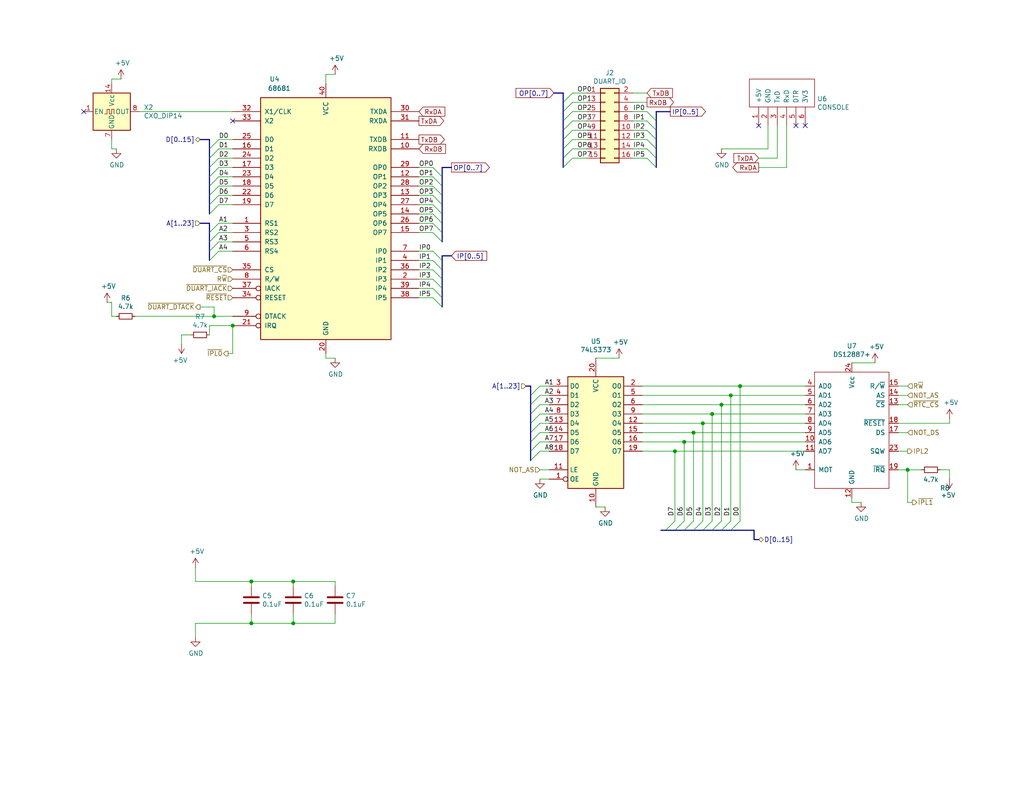
<source format=kicad_sch>
(kicad_sch (version 20211123) (generator eeschema)
  (paper "USLetter")
  (lib_symbols
    (symbol "74xx:74LS373"
      (property "Reference" "U" (at -7.62 16.51 0))
      (property "Value" "74LS373" (at -7.62 -16.51 0))
      (symbol "74LS373_1_0"
        (pin input inverted (at -12.7 -12.7 0) (length 5.08) (name "OE") (number "1"))
        (pin power_in line (at 0 -20.32 90) (length 5.08) (name "GND") (number "10"))
        (pin input line (at -12.7 -10.16 0) (length 5.08) (name "LE") (number "11"))
        (pin tri_state line (at 12.7 2.54 180) (length 5.08) (name "O4") (number "12"))
        (pin input line (at -12.7 2.54 0) (length 5.08) (name "D4") (number "13"))
        (pin input line (at -12.7 0 0) (length 5.08) (name "D5") (number "14"))
        (pin tri_state line (at 12.7 0 180) (length 5.08) (name "O5") (number "15"))
        (pin tri_state line (at 12.7 -2.54 180) (length 5.08) (name "O6") (number "16"))
        (pin input line (at -12.7 -2.54 0) (length 5.08) (name "D6") (number "17"))
        (pin input line (at -12.7 -5.08 0) (length 5.08) (name "D7") (number "18"))
        (pin tri_state line (at 12.7 -5.08 180) (length 5.08) (name "O7") (number "19"))
        (pin tri_state line (at 12.7 12.7 180) (length 5.08) (name "O0") (number "2"))
        (pin power_in line (at 0 20.32 270) (length 5.08) (name "VCC") (number "20"))
        (pin input line (at -12.7 12.7 0) (length 5.08) (name "D0") (number "3"))
        (pin input line (at -12.7 10.16 0) (length 5.08) (name "D1") (number "4"))
        (pin tri_state line (at 12.7 10.16 180) (length 5.08) (name "O1") (number "5"))
        (pin tri_state line (at 12.7 7.62 180) (length 5.08) (name "O2") (number "6"))
        (pin input line (at -12.7 7.62 0) (length 5.08) (name "D2") (number "7"))
        (pin input line (at -12.7 5.08 0) (length 5.08) (name "D3") (number "8"))
        (pin tri_state line (at 12.7 5.08 180) (length 5.08) (name "O3") (number "9"))
      )
      (symbol "74LS373_1_1"
        (rectangle (start -7.62 15.24) (end 7.62 -15.24) (stroke (width 0.254)) (fill (type background)))
      )
    )
    (symbol "Connector_Generic:Conn_02x08_Odd_Even" (pin_names (offset 1.016) hide)
      (property "Reference" "J" (at 1.27 10.16 0))
      (property "Value" "Conn_02x08_Odd_Even" (at 1.27 -12.7 0))
      (symbol "Conn_02x08_Odd_Even_1_1"
        (rectangle (start -1.27 -10.033) (end 0 -10.287) (stroke (width 0.1524)))
        (rectangle (start -1.27 -7.493) (end 0 -7.747) (stroke (width 0.1524)))
        (rectangle (start -1.27 -4.953) (end 0 -5.207) (stroke (width 0.1524)))
        (rectangle (start -1.27 -2.413) (end 0 -2.667) (stroke (width 0.1524)))
        (rectangle (start -1.27 0.127) (end 0 -0.127) (stroke (width 0.1524)))
        (rectangle (start -1.27 2.667) (end 0 2.413) (stroke (width 0.1524)))
        (rectangle (start -1.27 5.207) (end 0 4.953) (stroke (width 0.1524)))
        (rectangle (start -1.27 7.747) (end 0 7.493) (stroke (width 0.1524)))
        (rectangle (start -1.27 8.89) (end 3.81 -11.43) (stroke (width 0.254)) (fill (type background)))
        (rectangle (start 3.81 -10.033) (end 2.54 -10.287) (stroke (width 0.1524)))
        (rectangle (start 3.81 -7.493) (end 2.54 -7.747) (stroke (width 0.1524)))
        (rectangle (start 3.81 -4.953) (end 2.54 -5.207) (stroke (width 0.1524)))
        (rectangle (start 3.81 -2.413) (end 2.54 -2.667) (stroke (width 0.1524)))
        (rectangle (start 3.81 0.127) (end 2.54 -0.127) (stroke (width 0.1524)))
        (rectangle (start 3.81 2.667) (end 2.54 2.413) (stroke (width 0.1524)))
        (rectangle (start 3.81 5.207) (end 2.54 4.953) (stroke (width 0.1524)))
        (rectangle (start 3.81 7.747) (end 2.54 7.493) (stroke (width 0.1524)))
        (pin passive line (at -5.08 7.62 0) (length 3.81) (name "Pin_1") (number "1"))
        (pin passive line (at 7.62 -2.54 180) (length 3.81) (name "Pin_10") (number "10"))
        (pin passive line (at -5.08 -5.08 0) (length 3.81) (name "Pin_11") (number "11"))
        (pin passive line (at 7.62 -5.08 180) (length 3.81) (name "Pin_12") (number "12"))
        (pin passive line (at -5.08 -7.62 0) (length 3.81) (name "Pin_13") (number "13"))
        (pin passive line (at 7.62 -7.62 180) (length 3.81) (name "Pin_14") (number "14"))
        (pin passive line (at -5.08 -10.16 0) (length 3.81) (name "Pin_15") (number "15"))
        (pin passive line (at 7.62 -10.16 180) (length 3.81) (name "Pin_16") (number "16"))
        (pin passive line (at 7.62 7.62 180) (length 3.81) (name "Pin_2") (number "2"))
        (pin passive line (at -5.08 5.08 0) (length 3.81) (name "Pin_3") (number "3"))
        (pin passive line (at 7.62 5.08 180) (length 3.81) (name "Pin_4") (number "4"))
        (pin passive line (at -5.08 2.54 0) (length 3.81) (name "Pin_5") (number "5"))
        (pin passive line (at 7.62 2.54 180) (length 3.81) (name "Pin_6") (number "6"))
        (pin passive line (at -5.08 0 0) (length 3.81) (name "Pin_7") (number "7"))
        (pin passive line (at 7.62 0 180) (length 3.81) (name "Pin_8") (number "8"))
        (pin passive line (at -5.08 -2.54 0) (length 3.81) (name "Pin_9") (number "9"))
      )
    )
    (symbol "Device:C" (pin_numbers hide) (pin_names (offset 0.254))
      (property "Reference" "C" (at 0.635 2.54 0))
      (property "Value" "C" (at 0.635 -2.54 0))
      (symbol "C_0_1"
        (polyline (pts (xy -2.032 -0.762) (xy 2.032 -0.762)) (stroke (width 0.508)))
        (polyline (pts (xy -2.032 0.762) (xy 2.032 0.762)) (stroke (width 0.508)))
      )
      (symbol "C_1_1"
        (pin passive line (at 0 3.81 270) (length 2.794) (name "~") (number "1"))
        (pin passive line (at 0 -3.81 90) (length 2.794) (name "~") (number "2"))
      )
    )
    (symbol "Device:R_Small" (pin_numbers hide) (pin_names (offset 0.254) hide)
      (property "Reference" "R" (at 0.762 0.508 0))
      (property "Value" "R_Small" (at 0.762 -1.016 0))
      (symbol "R_Small_0_1"
        (rectangle (start -0.762 1.778) (end 0.762 -1.778) (stroke (width 0.2032)))
      )
      (symbol "R_Small_1_1"
        (pin passive line (at 0 2.54 270) (length 0.762) (name "~") (number "1"))
        (pin passive line (at 0 -2.54 90) (length 0.762) (name "~") (number "2"))
      )
    )
    (symbol "Interface:68681" (pin_names (offset 1.016))
      (property "Reference" "U" (at 0 3.81 0))
      (property "Value" "68681" (at 0 -2.54 0))
      (symbol "68681_0_1"
        (rectangle (start -17.78 -31.75) (end 17.78 34.29) (stroke (width 0.254)) (fill (type background)))
      )
      (symbol "68681_1_1"
        (pin input line (at -25.4 0 0) (length 7.62) (name "RS1") (number "1"))
        (pin input line (at 25.4 20.32 180) (length 7.62) (name "RXDB") (number "10"))
        (pin output line (at 25.4 22.86 180) (length 7.62) (name "TXDB") (number "11"))
        (pin output line (at 25.4 12.7 180) (length 7.62) (name "OP1") (number "12"))
        (pin output line (at 25.4 7.62 180) (length 7.62) (name "OP3") (number "13"))
        (pin output line (at 25.4 2.54 180) (length 7.62) (name "OP5") (number "14"))
        (pin output line (at 25.4 -2.54 180) (length 7.62) (name "OP7") (number "15"))
        (pin tri_state line (at -25.4 20.32 0) (length 7.62) (name "D1") (number "16"))
        (pin tri_state line (at -25.4 15.24 0) (length 7.62) (name "D3") (number "17"))
        (pin tri_state line (at -25.4 10.16 0) (length 7.62) (name "D5") (number "18"))
        (pin tri_state line (at -25.4 5.08 0) (length 7.62) (name "D7") (number "19"))
        (pin input line (at 25.4 -15.24 180) (length 7.62) (name "IP3") (number "2"))
        (pin power_in line (at 0 -35.56 90) (length 3.81) (name "GND") (number "20"))
        (pin output inverted (at -25.4 -27.94 0) (length 7.62) (name "IRQ") (number "21"))
        (pin tri_state line (at -25.4 7.62 0) (length 7.62) (name "D6") (number "22"))
        (pin tri_state line (at -25.4 12.7 0) (length 7.62) (name "D4") (number "23"))
        (pin tri_state line (at -25.4 17.78 0) (length 7.62) (name "D2") (number "24"))
        (pin tri_state line (at -25.4 22.86 0) (length 7.62) (name "D0") (number "25"))
        (pin output line (at 25.4 0 180) (length 7.62) (name "OP6") (number "26"))
        (pin output line (at 25.4 5.08 180) (length 7.62) (name "OP4") (number "27"))
        (pin output line (at 25.4 10.16 180) (length 7.62) (name "OP2") (number "28"))
        (pin output line (at 25.4 15.24 180) (length 7.62) (name "OP0") (number "29"))
        (pin input line (at -25.4 -2.54 0) (length 7.62) (name "RS2") (number "3"))
        (pin output line (at 25.4 30.48 180) (length 7.62) (name "TXDA") (number "30"))
        (pin input line (at 25.4 27.94 180) (length 7.62) (name "RXDA") (number "31"))
        (pin input line (at -25.4 30.48 0) (length 7.62) (name "X1/CLK") (number "32"))
        (pin input line (at -25.4 27.94 0) (length 7.62) (name "X2") (number "33"))
        (pin input inverted (at -25.4 -20.32 0) (length 7.62) (name "RESET") (number "34"))
        (pin input line (at -25.4 -12.7 0) (length 7.62) (name "CS") (number "35"))
        (pin input line (at 25.4 -12.7 180) (length 7.62) (name "IP2") (number "36"))
        (pin input inverted (at -25.4 -17.78 0) (length 7.62) (name "IACK") (number "37"))
        (pin input line (at 25.4 -20.32 180) (length 7.62) (name "IP5") (number "38"))
        (pin input line (at 25.4 -17.78 180) (length 7.62) (name "IP4") (number "39"))
        (pin input line (at 25.4 -10.16 180) (length 7.62) (name "IP1") (number "4"))
        (pin power_in line (at 0 38.1 270) (length 3.81) (name "VCC") (number "40"))
        (pin input line (at -25.4 -5.08 0) (length 7.62) (name "RS3") (number "5"))
        (pin input line (at -25.4 -7.62 0) (length 7.62) (name "RS4") (number "6"))
        (pin input line (at 25.4 -7.62 180) (length 7.62) (name "IP0") (number "7"))
        (pin input line (at -25.4 -15.24 0) (length 7.62) (name "R/W") (number "8"))
        (pin open_collector inverted (at -25.4 -25.4 0) (length 7.62) (name "DTACK") (number "9"))
      )
    )
    (symbol "Oscillator:CXO_DIP14" (pin_names (offset 0.254))
      (property "Reference" "X" (at -5.08 6.35 0))
      (property "Value" "CXO_DIP14" (at 1.27 -6.35 0))
      (symbol "CXO_DIP14_0_1"
        (rectangle (start -5.08 5.08) (end 5.08 -5.08) (stroke (width 0.254)) (fill (type background)))
        (polyline (pts (xy -1.905 -0.635) (xy -1.27 -0.635) (xy -1.27 0.635) (xy -0.635 0.635) (xy -0.635 -0.635) (xy 0 -0.635) (xy 0 0.635) (xy 0.635 0.635) (xy 0.635 -0.635)))
      )
      (symbol "CXO_DIP14_1_1"
        (pin input line (at -7.62 0 0) (length 2.54) (name "EN") (number "1"))
        (pin power_in line (at 0 7.62 270) (length 2.54) (name "Vcc") (number "14"))
        (pin power_in line (at 0 -7.62 90) (length 2.54) (name "GND") (number "7"))
        (pin output line (at 7.62 0 180) (length 2.54) (name "OUT") (number "8"))
      )
    )
    (symbol "custom:CP2102_Breakout" (pin_names (offset 1.016))
      (property "Reference" "U" (at -2.54 10.16 0))
      (property "Value" "CP2102_Breakout" (at -1.27 7.62 0))
      (symbol "CP2102_Breakout_0_1"
        (rectangle (start -10.16 6.35) (end 7.62 -1.27))
      )
      (symbol "CP2102_Breakout_1_1"
        (pin power_in line (at -7.62 -6.35 90) (length 5.08) (name "+5V") (number "1"))
        (pin power_in line (at -5.08 -6.35 90) (length 5.08) (name "GND") (number "2"))
        (pin output line (at -2.54 -6.35 90) (length 5.08) (name "TxD") (number "3"))
        (pin input line (at 0 -6.35 90) (length 5.08) (name "RxD") (number "4"))
        (pin output line (at 2.54 -6.35 90) (length 5.08) (name "DTR") (number "5"))
        (pin power_in line (at 5.08 -6.35 90) (length 5.08) (name "3V3") (number "6"))
      )
    )
    (symbol "custom:DS12887+" (pin_names (offset 1.016))
      (property "Reference" "U" (at 3.81 21.59 0))
      (property "Value" "DS12887+" (at 7.62 19.05 0))
      (symbol "DS12887+_0_1"
        (rectangle (start -10.16 16.51) (end 10.16 -15.24))
      )
      (symbol "DS12887+_1_1"
        (pin input line (at -12.7 -10.16 0) (length 2.54) (name "MOT") (number "1"))
        (pin bidirectional line (at -12.7 -2.54 0) (length 2.54) (name "AD6") (number "10"))
        (pin bidirectional line (at -12.7 -5.08 0) (length 2.54) (name "AD7") (number "11"))
        (pin power_in line (at 0 -17.78 90) (length 2.54) (name "GND") (number "12"))
        (pin input line (at 12.7 7.62 180) (length 2.54) (name "~{CS}") (number "13"))
        (pin input line (at 12.7 10.16 180) (length 2.54) (name "AS") (number "14"))
        (pin input line (at 12.7 12.7 180) (length 2.54) (name "R/~{W}") (number "15"))
        (pin input line (at 12.7 0 180) (length 2.54) (name "DS") (number "17"))
        (pin input line (at 12.7 2.54 180) (length 2.54) (name "~{RESET}") (number "18"))
        (pin output line (at 12.7 -10.16 180) (length 2.54) (name "~{IRQ}") (number "19"))
        (pin output line (at 12.7 -5.08 180) (length 2.54) (name "SQW") (number "23"))
        (pin power_in line (at 0 19.05 270) (length 2.54) (name "Vcc") (number "24"))
        (pin bidirectional line (at -12.7 12.7 0) (length 2.54) (name "AD0") (number "4"))
        (pin bidirectional line (at -12.7 10.16 0) (length 2.54) (name "AD1") (number "5"))
        (pin bidirectional line (at -12.7 7.62 0) (length 2.54) (name "AD2") (number "6"))
        (pin bidirectional line (at -12.7 5.08 0) (length 2.54) (name "AD3") (number "7"))
        (pin bidirectional line (at -12.7 2.54 0) (length 2.54) (name "AD4") (number "8"))
        (pin bidirectional line (at -12.7 0 0) (length 2.54) (name "AD5") (number "9"))
      )
    )
    (symbol "power:+5V" (power) (pin_names (offset 0))
      (property "Value" "+5V" (at 0 3.556 0))
      (symbol "+5V_0_1"
        (polyline (pts (xy -0.762 1.27) (xy 0 2.54)))
        (polyline (pts (xy 0 0) (xy 0 2.54)))
        (polyline (pts (xy 0 2.54) (xy 0.762 1.27)))
      )
      (symbol "+5V_1_1"
        (pin power_in line (at 0 0 90) (length 0) hide (name "+5V") (number "1"))
      )
    )
    (symbol "power:GND" (power) (pin_names (offset 0))
      (property "Value" "GND" (at 0 -3.81 0))
      (symbol "GND_0_1"
        (polyline (pts (xy 0 0) (xy 0 -1.27) (xy 1.27 -1.27) (xy 0 -2.54) (xy -1.27 -1.27) (xy 0 -1.27)))
      )
      (symbol "GND_1_1"
        (pin power_in line (at 0 0 270) (length 0) hide (name "GND") (number "1"))
      )
    )
  )
  (junction (at 80.01 170.18))
  (junction (at 201.93 105.41))
  (junction (at 68.58 158.75))
  (junction (at 199.39 107.95))
  (junction (at 194.31 113.03))
  (junction (at 189.23 118.11))
  (junction (at 80.01 158.75))
  (junction (at 247.65 128.27))
  (junction (at 196.85 110.49))
  (junction (at 58.42 86.36))
  (junction (at 184.15 123.19))
  (junction (at 68.58 170.18))
  (junction (at 186.69 120.65))
  (junction (at 191.77 115.57))
  (junction (at 63.5 88.9))
  (no_connect (at 22.86 30.48))
  (no_connect (at 63.5 33.02))
  (no_connect (at 207.01 34.29))
  (no_connect (at 219.71 34.29))
  (no_connect (at 217.17 34.29))
  (bus_entry (at 147.32 118.11) (size -2.54 2.54))
  (bus_entry (at 156.21 27.94) (size -2.54 2.54))
  (bus_entry (at 147.32 105.41) (size -2.54 2.54))
  (bus_entry (at 176.53 40.64) (size 2.54 2.54))
  (bus_entry (at 59.69 45.72) (size -2.54 2.54))
  (bus_entry (at 156.21 30.48) (size -2.54 2.54))
  (bus_entry (at 118.11 58.42) (size 2.54 2.54))
  (bus_entry (at 118.11 63.5) (size 2.54 2.54))
  (bus_entry (at 147.32 123.19) (size -2.54 2.54))
  (bus_entry (at 156.21 25.4) (size -2.54 2.54))
  (bus_entry (at 118.11 50.8) (size 2.54 2.54))
  (bus_entry (at 118.11 71.12) (size 2.54 2.54))
  (bus_entry (at 118.11 68.58) (size 2.54 2.54))
  (bus_entry (at 176.53 38.1) (size 2.54 2.54))
  (bus_entry (at 59.69 48.26) (size -2.54 2.54))
  (bus_entry (at 118.11 45.72) (size 2.54 2.54))
  (bus_entry (at 156.21 38.1) (size -2.54 2.54))
  (bus_entry (at 147.32 115.57) (size -2.54 2.54))
  (bus_entry (at 176.53 33.02) (size 2.54 2.54))
  (bus_entry (at 189.23 144.78) (size 2.54 -2.54))
  (bus_entry (at 118.11 81.28) (size 2.54 2.54))
  (bus_entry (at 59.69 43.18) (size -2.54 2.54))
  (bus_entry (at 118.11 76.2) (size 2.54 2.54))
  (bus_entry (at 59.69 40.64) (size -2.54 2.54))
  (bus_entry (at 147.32 107.95) (size -2.54 2.54))
  (bus_entry (at 59.69 55.88) (size -2.54 2.54))
  (bus_entry (at 147.32 113.03) (size -2.54 2.54))
  (bus_entry (at 59.69 68.58) (size -2.54 2.54))
  (bus_entry (at 147.32 110.49) (size -2.54 2.54))
  (bus_entry (at 59.69 50.8) (size -2.54 2.54))
  (bus_entry (at 59.69 38.1) (size -2.54 2.54))
  (bus_entry (at 156.21 40.64) (size -2.54 2.54))
  (bus_entry (at 59.69 53.34) (size -2.54 2.54))
  (bus_entry (at 176.53 43.18) (size 2.54 2.54))
  (bus_entry (at 118.11 55.88) (size 2.54 2.54))
  (bus_entry (at 156.21 35.56) (size -2.54 2.54))
  (bus_entry (at 156.21 33.02) (size -2.54 2.54))
  (bus_entry (at 181.61 144.78) (size 2.54 -2.54))
  (bus_entry (at 118.11 48.26) (size 2.54 2.54))
  (bus_entry (at 118.11 73.66) (size 2.54 2.54))
  (bus_entry (at 194.31 144.78) (size 2.54 -2.54))
  (bus_entry (at 59.69 60.96) (size -2.54 2.54))
  (bus_entry (at 118.11 60.96) (size 2.54 2.54))
  (bus_entry (at 191.77 144.78) (size 2.54 -2.54))
  (bus_entry (at 176.53 35.56) (size 2.54 2.54))
  (bus_entry (at 176.53 30.48) (size 2.54 2.54))
  (bus_entry (at 186.69 144.78) (size 2.54 -2.54))
  (bus_entry (at 184.15 144.78) (size 2.54 -2.54))
  (bus_entry (at 199.39 144.78) (size 2.54 -2.54))
  (bus_entry (at 118.11 78.74) (size 2.54 2.54))
  (bus_entry (at 59.69 66.04) (size -2.54 2.54))
  (bus_entry (at 147.32 120.65) (size -2.54 2.54))
  (bus_entry (at 196.85 144.78) (size 2.54 -2.54))
  (bus_entry (at 118.11 53.34) (size 2.54 2.54))
  (bus_entry (at 59.69 63.5) (size -2.54 2.54))
  (bus_entry (at 156.21 43.18) (size -2.54 2.54))
  (wire (pts (xy 63.5 88.9) (xy 57.15 88.9)))
  (bus (pts (xy 153.67 38.1) (xy 153.67 40.64)))
  (wire (pts (xy 63.5 45.72) (xy 59.69 45.72)))
  (wire (pts (xy 172.72 38.1) (xy 176.53 38.1)))
  (bus (pts (xy 153.67 43.18) (xy 153.67 45.72)))
  (wire (pts (xy 31.75 86.36) (xy 30.48 86.36)))
  (wire (pts (xy 57.15 88.9) (xy 57.15 91.44)))
  (bus (pts (xy 57.15 43.18) (xy 57.15 45.72)))
  (wire (pts (xy 256.54 128.27) (xy 259.08 128.27)))
  (bus (pts (xy 179.07 38.1) (xy 179.07 40.64)))
  (wire (pts (xy 49.53 91.44) (xy 52.07 91.44)))
  (wire (pts (xy 196.85 110.49) (xy 219.71 110.49)))
  (wire (pts (xy 88.9 96.52) (xy 88.9 97.79)))
  (wire (pts (xy 199.39 142.24) (xy 199.39 107.95)))
  (wire (pts (xy 149.86 110.49) (xy 147.32 110.49)))
  (wire (pts (xy 191.77 142.24) (xy 191.77 115.57)))
  (wire (pts (xy 149.86 115.57) (xy 147.32 115.57)))
  (wire (pts (xy 175.26 110.49) (xy 196.85 110.49)))
  (bus (pts (xy 144.78 113.03) (xy 144.78 115.57)))
  (bus (pts (xy 179.07 40.64) (xy 179.07 43.18)))
  (wire (pts (xy 172.72 30.48) (xy 176.53 30.48)))
  (wire (pts (xy 172.72 43.18) (xy 176.53 43.18)))
  (bus (pts (xy 57.15 45.72) (xy 57.15 48.26)))
  (bus (pts (xy 144.78 110.49) (xy 144.78 113.03)))
  (wire (pts (xy 91.44 160.02) (xy 91.44 158.75)))
  (wire (pts (xy 147.32 130.81) (xy 149.86 130.81)))
  (wire (pts (xy 162.56 138.43) (xy 165.1 138.43)))
  (bus (pts (xy 57.15 60.96) (xy 54.61 60.96)))
  (wire (pts (xy 172.72 25.4) (xy 176.53 25.4)))
  (bus (pts (xy 120.65 71.12) (xy 120.65 73.66)))
  (wire (pts (xy 184.15 123.19) (xy 219.71 123.19)))
  (wire (pts (xy 172.72 35.56) (xy 176.53 35.56)))
  (wire (pts (xy 53.34 170.18) (xy 68.58 170.18)))
  (wire (pts (xy 63.5 60.96) (xy 59.69 60.96)))
  (wire (pts (xy 63.5 43.18) (xy 59.69 43.18)))
  (bus (pts (xy 205.74 144.78) (xy 205.74 147.32)))
  (wire (pts (xy 53.34 158.75) (xy 68.58 158.75)))
  (bus (pts (xy 120.65 69.85) (xy 120.65 71.12)))
  (wire (pts (xy 63.5 96.52) (xy 62.23 96.52)))
  (wire (pts (xy 212.09 34.29) (xy 212.09 43.18)))
  (wire (pts (xy 201.93 105.41) (xy 219.71 105.41)))
  (wire (pts (xy 59.69 66.04) (xy 63.5 66.04)))
  (wire (pts (xy 184.15 142.24) (xy 184.15 123.19)))
  (bus (pts (xy 153.67 35.56) (xy 153.67 38.1)))
  (wire (pts (xy 160.02 43.18) (xy 156.21 43.18)))
  (wire (pts (xy 175.26 115.57) (xy 191.77 115.57)))
  (bus (pts (xy 153.67 27.94) (xy 153.67 30.48)))
  (bus (pts (xy 179.07 33.02) (xy 179.07 35.56)))
  (wire (pts (xy 114.3 71.12) (xy 118.11 71.12)))
  (wire (pts (xy 245.11 115.57) (xy 259.08 115.57)))
  (wire (pts (xy 36.83 86.36) (xy 58.42 86.36)))
  (wire (pts (xy 175.26 105.41) (xy 201.93 105.41)))
  (wire (pts (xy 194.31 142.24) (xy 194.31 113.03)))
  (wire (pts (xy 232.41 99.06) (xy 238.76 99.06)))
  (wire (pts (xy 196.85 40.64) (xy 209.55 40.64)))
  (wire (pts (xy 247.65 110.49) (xy 245.11 110.49)))
  (wire (pts (xy 201.93 142.24) (xy 201.93 105.41)))
  (bus (pts (xy 180.34 144.78) (xy 181.61 144.78)))
  (wire (pts (xy 234.95 137.16) (xy 232.41 137.16)))
  (bus (pts (xy 120.65 53.34) (xy 120.65 55.88)))
  (wire (pts (xy 172.72 27.94) (xy 176.53 27.94)))
  (wire (pts (xy 114.3 60.96) (xy 118.11 60.96)))
  (bus (pts (xy 144.78 105.41) (xy 144.78 107.95)))
  (bus (pts (xy 144.78 105.41) (xy 143.51 105.41)))
  (wire (pts (xy 259.08 115.57) (xy 259.08 114.3)))
  (wire (pts (xy 63.5 63.5) (xy 59.69 63.5)))
  (bus (pts (xy 199.39 144.78) (xy 205.74 144.78)))
  (wire (pts (xy 247.65 105.41) (xy 245.11 105.41)))
  (wire (pts (xy 247.65 128.27) (xy 247.65 137.16)))
  (wire (pts (xy 29.21 82.55) (xy 30.48 82.55)))
  (bus (pts (xy 57.15 38.1) (xy 54.61 38.1)))
  (wire (pts (xy 199.39 107.95) (xy 219.71 107.95)))
  (bus (pts (xy 120.65 50.8) (xy 120.65 53.34)))
  (wire (pts (xy 63.5 48.26) (xy 59.69 48.26)))
  (wire (pts (xy 59.69 68.58) (xy 63.5 68.58)))
  (wire (pts (xy 30.48 38.1) (xy 30.48 40.64)))
  (wire (pts (xy 149.86 105.41) (xy 147.32 105.41)))
  (wire (pts (xy 114.3 55.88) (xy 118.11 55.88)))
  (wire (pts (xy 160.02 30.48) (xy 156.21 30.48)))
  (bus (pts (xy 120.65 69.85) (xy 123.19 69.85)))
  (bus (pts (xy 184.15 144.78) (xy 186.69 144.78)))
  (wire (pts (xy 212.09 43.18) (xy 207.01 43.18)))
  (wire (pts (xy 175.26 107.95) (xy 199.39 107.95)))
  (wire (pts (xy 80.01 160.02) (xy 80.01 158.75)))
  (wire (pts (xy 114.3 53.34) (xy 118.11 53.34)))
  (wire (pts (xy 54.61 83.82) (xy 58.42 83.82)))
  (bus (pts (xy 57.15 66.04) (xy 57.15 68.58)))
  (wire (pts (xy 149.86 113.03) (xy 147.32 113.03)))
  (bus (pts (xy 120.65 63.5) (xy 120.65 66.04)))
  (bus (pts (xy 120.65 45.72) (xy 120.65 48.26)))
  (wire (pts (xy 58.42 83.82) (xy 58.42 86.36)))
  (wire (pts (xy 160.02 35.56) (xy 156.21 35.56)))
  (wire (pts (xy 196.85 142.24) (xy 196.85 110.49)))
  (wire (pts (xy 114.3 81.28) (xy 118.11 81.28)))
  (wire (pts (xy 91.44 20.32) (xy 88.9 20.32)))
  (wire (pts (xy 160.02 25.4) (xy 156.21 25.4)))
  (bus (pts (xy 57.15 55.88) (xy 57.15 58.42)))
  (bus (pts (xy 57.15 40.64) (xy 57.15 43.18)))
  (wire (pts (xy 49.53 93.98) (xy 49.53 91.44)))
  (wire (pts (xy 214.63 45.72) (xy 207.01 45.72)))
  (bus (pts (xy 120.65 45.72) (xy 123.19 45.72)))
  (wire (pts (xy 114.3 78.74) (xy 118.11 78.74)))
  (bus (pts (xy 57.15 53.34) (xy 57.15 55.88)))
  (wire (pts (xy 38.1 30.48) (xy 63.5 30.48)))
  (wire (pts (xy 259.08 130.81) (xy 259.08 128.27)))
  (wire (pts (xy 30.48 21.59) (xy 33.02 21.59)))
  (wire (pts (xy 214.63 34.29) (xy 214.63 45.72)))
  (wire (pts (xy 149.86 107.95) (xy 147.32 107.95)))
  (bus (pts (xy 120.65 58.42) (xy 120.65 60.96)))
  (wire (pts (xy 30.48 22.86) (xy 30.48 21.59)))
  (bus (pts (xy 120.65 81.28) (xy 120.65 83.82)))
  (wire (pts (xy 114.3 58.42) (xy 118.11 58.42)))
  (bus (pts (xy 57.15 38.1) (xy 57.15 40.64)))
  (wire (pts (xy 68.58 158.75) (xy 80.01 158.75)))
  (wire (pts (xy 175.26 120.65) (xy 186.69 120.65)))
  (wire (pts (xy 63.5 50.8) (xy 59.69 50.8)))
  (wire (pts (xy 149.86 120.65) (xy 147.32 120.65)))
  (bus (pts (xy 153.67 25.4) (xy 151.13 25.4)))
  (wire (pts (xy 30.48 82.55) (xy 30.48 86.36)))
  (wire (pts (xy 68.58 167.64) (xy 68.58 170.18)))
  (wire (pts (xy 160.02 38.1) (xy 156.21 38.1)))
  (wire (pts (xy 209.55 34.29) (xy 209.55 40.64)))
  (wire (pts (xy 232.41 137.16) (xy 232.41 135.89)))
  (bus (pts (xy 144.78 120.65) (xy 144.78 123.19)))
  (wire (pts (xy 245.11 128.27) (xy 247.65 128.27)))
  (wire (pts (xy 88.9 97.79) (xy 91.44 97.79)))
  (bus (pts (xy 153.67 25.4) (xy 153.67 27.94)))
  (bus (pts (xy 179.07 43.18) (xy 179.07 45.72)))
  (wire (pts (xy 247.65 137.16) (xy 248.92 137.16)))
  (wire (pts (xy 186.69 142.24) (xy 186.69 120.65)))
  (wire (pts (xy 68.58 160.02) (xy 68.58 158.75)))
  (wire (pts (xy 160.02 27.94) (xy 156.21 27.94)))
  (bus (pts (xy 120.65 55.88) (xy 120.65 58.42)))
  (bus (pts (xy 189.23 144.78) (xy 191.77 144.78)))
  (bus (pts (xy 57.15 68.58) (xy 57.15 71.12)))
  (bus (pts (xy 120.65 73.66) (xy 120.65 76.2)))
  (wire (pts (xy 217.17 128.27) (xy 219.71 128.27)))
  (wire (pts (xy 114.3 50.8) (xy 118.11 50.8)))
  (wire (pts (xy 80.01 167.64) (xy 80.01 170.18)))
  (wire (pts (xy 186.69 120.65) (xy 219.71 120.65)))
  (bus (pts (xy 120.65 78.74) (xy 120.65 81.28)))
  (wire (pts (xy 91.44 167.64) (xy 91.44 170.18)))
  (wire (pts (xy 160.02 40.64) (xy 156.21 40.64)))
  (wire (pts (xy 63.5 55.88) (xy 59.69 55.88)))
  (bus (pts (xy 120.65 60.96) (xy 120.65 63.5)))
  (bus (pts (xy 194.31 144.78) (xy 196.85 144.78)))
  (wire (pts (xy 53.34 154.94) (xy 53.34 158.75)))
  (bus (pts (xy 179.07 30.48) (xy 179.07 33.02)))
  (bus (pts (xy 57.15 63.5) (xy 57.15 66.04)))
  (wire (pts (xy 30.48 40.64) (xy 31.75 40.64)))
  (bus (pts (xy 205.74 147.32) (xy 207.01 147.32)))
  (wire (pts (xy 114.3 63.5) (xy 118.11 63.5)))
  (wire (pts (xy 63.5 40.64) (xy 59.69 40.64)))
  (wire (pts (xy 175.26 113.03) (xy 194.31 113.03)))
  (wire (pts (xy 245.11 123.19) (xy 247.65 123.19)))
  (wire (pts (xy 175.26 118.11) (xy 189.23 118.11)))
  (wire (pts (xy 68.58 170.18) (xy 80.01 170.18)))
  (wire (pts (xy 58.42 86.36) (xy 63.5 86.36)))
  (bus (pts (xy 120.65 76.2) (xy 120.65 78.74)))
  (wire (pts (xy 172.72 33.02) (xy 176.53 33.02)))
  (wire (pts (xy 149.86 118.11) (xy 147.32 118.11)))
  (wire (pts (xy 80.01 170.18) (xy 91.44 170.18)))
  (wire (pts (xy 175.26 123.19) (xy 184.15 123.19)))
  (bus (pts (xy 153.67 40.64) (xy 153.67 43.18)))
  (wire (pts (xy 114.3 76.2) (xy 118.11 76.2)))
  (wire (pts (xy 189.23 142.24) (xy 189.23 118.11)))
  (wire (pts (xy 63.5 53.34) (xy 59.69 53.34)))
  (bus (pts (xy 153.67 33.02) (xy 153.67 35.56)))
  (bus (pts (xy 144.78 115.57) (xy 144.78 118.11)))
  (wire (pts (xy 53.34 170.18) (xy 53.34 173.99)))
  (bus (pts (xy 57.15 60.96) (xy 57.15 63.5)))
  (wire (pts (xy 114.3 68.58) (xy 118.11 68.58)))
  (wire (pts (xy 194.31 113.03) (xy 219.71 113.03)))
  (wire (pts (xy 189.23 118.11) (xy 219.71 118.11)))
  (bus (pts (xy 186.69 144.78) (xy 189.23 144.78)))
  (bus (pts (xy 153.67 30.48) (xy 153.67 33.02)))
  (bus (pts (xy 179.07 35.56) (xy 179.07 38.1)))
  (wire (pts (xy 162.56 97.79) (xy 168.91 97.79)))
  (bus (pts (xy 196.85 144.78) (xy 199.39 144.78)))
  (wire (pts (xy 247.65 118.11) (xy 245.11 118.11)))
  (wire (pts (xy 63.5 38.1) (xy 59.69 38.1)))
  (wire (pts (xy 191.77 115.57) (xy 219.71 115.57)))
  (bus (pts (xy 120.65 48.26) (xy 120.65 50.8)))
  (wire (pts (xy 80.01 158.75) (xy 91.44 158.75)))
  (wire (pts (xy 160.02 33.02) (xy 156.21 33.02)))
  (wire (pts (xy 114.3 48.26) (xy 118.11 48.26)))
  (bus (pts (xy 191.77 144.78) (xy 194.31 144.78)))
  (bus (pts (xy 144.78 118.11) (xy 144.78 120.65)))
  (wire (pts (xy 114.3 45.72) (xy 118.11 45.72)))
  (bus (pts (xy 144.78 107.95) (xy 144.78 110.49)))
  (wire (pts (xy 172.72 40.64) (xy 176.53 40.64)))
  (wire (pts (xy 88.9 22.86) (xy 88.9 20.32)))
  (bus (pts (xy 181.61 144.78) (xy 184.15 144.78)))
  (wire (pts (xy 147.32 128.27) (xy 149.86 128.27)))
  (bus (pts (xy 57.15 50.8) (xy 57.15 53.34)))
  (bus (pts (xy 57.15 48.26) (xy 57.15 50.8)))
  (bus (pts (xy 179.07 30.48) (xy 182.88 30.48)))
  (wire (pts (xy 149.86 123.19) (xy 147.32 123.19)))
  (wire (pts (xy 247.65 128.27) (xy 251.46 128.27)))
  (bus (pts (xy 144.78 123.19) (xy 144.78 125.73)))
  (wire (pts (xy 247.65 107.95) (xy 245.11 107.95)))
  (wire (pts (xy 63.5 88.9) (xy 63.5 96.52)))
  (wire (pts (xy 114.3 73.66) (xy 118.11 73.66)))
  (label "IP4" (at 114.3 78.74 0))
  (label "IP3" (at 172.72 38.1 0))
  (label "A1" (at 148.59 105.41 0))
  (label "A2" (at 148.59 107.95 0))
  (label "A6" (at 148.59 118.11 0))
  (label "OP1" (at 157.48 27.94 0))
  (label "OP4" (at 114.3 55.88 0))
  (label "A1" (at 59.69 60.96 0))
  (label "OP3" (at 114.3 53.34 0))
  (label "IP5" (at 172.72 43.18 0))
  (label "D7" (at 59.69 55.88 0))
  (label "A2" (at 59.69 63.5 0))
  (label "D0" (at 59.69 38.1 0))
  (label "OP4" (at 157.48 35.56 0))
  (label "OP0" (at 114.3 45.72 0))
  (label "OP2" (at 114.3 50.8 0))
  (label "OP6" (at 114.3 60.96 0))
  (label "OP7" (at 157.48 43.18 0))
  (label "A4" (at 59.69 68.58 0))
  (label "D1" (at 59.69 40.64 0))
  (label "OP7" (at 114.3 63.5 0))
  (label "D6" (at 186.69 140.97 90))
  (label "D2" (at 59.69 43.18 0))
  (label "D7" (at 184.15 140.97 90))
  (label "OP5" (at 157.48 38.1 0))
  (label "D5" (at 189.23 140.97 90))
  (label "A3" (at 148.59 110.49 0))
  (label "A7" (at 148.59 120.65 0))
  (label "A3" (at 59.69 66.04 0))
  (label "D0" (at 201.93 140.97 90))
  (label "D1" (at 199.39 140.97 90))
  (label "IP2" (at 172.72 35.56 0))
  (label "OP6" (at 157.48 40.64 0))
  (label "D4" (at 191.77 140.97 90))
  (label "OP5" (at 114.3 58.42 0))
  (label "OP0" (at 157.48 25.4 0))
  (label "A4" (at 148.59 113.03 0))
  (label "IP0" (at 172.72 30.48 0))
  (label "D3" (at 59.69 45.72 0))
  (label "IP2" (at 114.3 73.66 0))
  (label "IP3" (at 114.3 76.2 0))
  (label "IP1" (at 114.3 71.12 0))
  (label "D3" (at 194.31 140.97 90))
  (label "IP1" (at 172.72 33.02 0))
  (label "OP1" (at 114.3 48.26 0))
  (label "D6" (at 59.69 53.34 0))
  (label "A8" (at 148.59 123.19 0))
  (label "D5" (at 59.69 50.8 0))
  (label "IP0" (at 114.3 68.58 0))
  (label "OP3" (at 157.48 33.02 0))
  (label "OP2" (at 157.48 30.48 0))
  (label "D4" (at 59.69 48.26 0))
  (label "IP5" (at 114.3 81.28 0))
  (label "IP4" (at 172.72 40.64 0))
  (label "A5" (at 148.59 115.57 0))
  (label "D2" (at 196.85 140.97 90))
  (global_label "OP[0..7]" (shape output) (at 123.19 45.72 0) (property "Intersheet References" "${INTERSHEET_REFS}" (effects hide)))
  (global_label "RxDA" (shape output) (at 207.01 45.72 180) (property "Intersheet References" "${INTERSHEET_REFS}" (effects hide)))
  (global_label "IP[0..5]" (shape input) (at 123.19 69.85 0) (property "Intersheet References" "${INTERSHEET_REFS}" (effects hide)))
  (global_label "TxDB" (shape output) (at 114.3 38.1 0) (property "Intersheet References" "${INTERSHEET_REFS}" (effects hide)))
  (global_label "TxDA" (shape input) (at 207.01 43.18 180) (property "Intersheet References" "${INTERSHEET_REFS}" (effects hide)))
  (global_label "RxDA" (shape input) (at 114.3 30.48 0) (property "Intersheet References" "${INTERSHEET_REFS}" (effects hide)))
  (global_label "IP[0..5]" (shape output) (at 182.88 30.48 0) (property "Intersheet References" "${INTERSHEET_REFS}" (effects hide)))
  (global_label "TxDA" (shape output) (at 114.3 33.02 0) (property "Intersheet References" "${INTERSHEET_REFS}" (effects hide)))
  (global_label "RxDB" (shape output) (at 176.53 27.94 0) (property "Intersheet References" "${INTERSHEET_REFS}" (effects hide)))
  (global_label "RxDB" (shape input) (at 114.3 40.64 0) (property "Intersheet References" "${INTERSHEET_REFS}" (effects hide)))
  (global_label "OP[0..7]" (shape input) (at 151.13 25.4 180) (property "Intersheet References" "${INTERSHEET_REFS}" (effects hide)))
  (global_label "TxDB" (shape input) (at 176.53 25.4 0) (property "Intersheet References" "${INTERSHEET_REFS}" (effects hide)))
  (hierarchical_label "NOT_AS" (shape input) (at 147.32 128.27 180))
  (hierarchical_label "~{DUART_CS}" (shape input) (at 63.5 73.66 180))
  (hierarchical_label "NOT_DS" (shape input) (at 247.65 118.11 0))
  (hierarchical_label "~{DUART_DTACK}" (shape output) (at 54.61 83.82 180))
  (hierarchical_label "A[1..23]" (shape input) (at 143.51 105.41 180))
  (hierarchical_label "D[0..15]" (shape bidirectional) (at 54.61 38.1 180))
  (hierarchical_label "~{IPL1}" (shape output) (at 248.92 137.16 0))
  (hierarchical_label "IPL2" (shape output) (at 247.65 123.19 0))
  (hierarchical_label "~{IPL0}" (shape output) (at 62.23 96.52 180))
  (hierarchical_label "NOT_AS" (shape input) (at 247.65 107.95 0))
  (hierarchical_label "R~{W}" (shape input) (at 247.65 105.41 0))
  (hierarchical_label "R~{W}" (shape input) (at 63.5 76.2 180))
  (hierarchical_label "A[1..23]" (shape input) (at 54.61 60.96 180))
  (hierarchical_label "~{RESET}" (shape input) (at 63.5 81.28 180))
  (hierarchical_label "D[0..15]" (shape bidirectional) (at 207.01 147.32 0))
  (hierarchical_label "~{RTC_CS}" (shape input) (at 247.65 110.49 0))
  (hierarchical_label "~{DUART_IACK}" (shape input) (at 63.5 78.74 180))
  (symbol (lib_id "Interface:68681") (at 88.9 60.96 0) (unit 1)
    (property "Reference" "U4" (at 74.93 21.59 0))
    (property "Value" "68681" (at 76.2 24.13 0))
    (property "Footprint" "Package_DIP:DIP-40_W25.4mm_Socket_LongPads" (effects hide))
  )
  (symbol (lib_id "custom:CP2102_Breakout") (at 214.63 27.94 0) (unit 1)
    (property "Reference" "U6" (at 222.9612 26.9748 0) (effects (justify left)))
    (property "Value" "CONSOLE" (at 222.9612 29.2862 0) (effects (justify left)))
    (property "Footprint" "Connector_PinHeader_2.54mm:PinHeader_1x06_P2.54mm_Vertical" (effects hide))
  )
  (symbol (lib_id "Oscillator:CXO_DIP14") (at 30.48 30.48 0) (unit 1)
    (property "Reference" "X2" (at 39.2176 29.3116 0) (effects (justify left)))
    (property "Value" "CXO_DIP14" (at 39.2176 31.623 0) (effects (justify left)))
    (property "Footprint" "Oscillator:Oscillator_DIP-14_LargePads" (effects hide))
    (property "Datasheet" "http://cdn-reichelt.de/documents/datenblatt/B400/OSZI.pdf" (effects hide))
  )
  (symbol (lib_id "Connector_Generic:Conn_02x08_Odd_Even") (at 165.1 33.02 0) (unit 1)
    (property "Reference" "J2" (at 166.37 19.8882 0))
    (property "Value" "DUART_IO" (at 166.37 22.1996 0))
    (property "Footprint" "Connector_PinHeader_2.54mm:PinHeader_2x08_P2.54mm_Vertical" (effects hide))
  )
  (symbol (lib_id "Device:C") (at 68.58 163.83 0) (unit 1)
    (property "Reference" "C5" (at 71.501 162.6616 0) (effects (justify left)))
    (property "Value" "0.1uF" (at 71.501 164.973 0) (effects (justify left)))
    (property "Footprint" "Capacitor_SMD:C_1206_3216Metric_Pad1.33x1.80mm_HandSolder" (effects hide))
    (property "LCSC" "C24497" (effects hide))
  )
  (symbol (lib_id "power:GND") (at 53.34 173.99 0) (unit 1)
    (property "Reference" "#PWR024" (effects hide))
    (property "Value" "GND" (at 53.467 178.3842 0))
  )
  (symbol (lib_id "power:+5V") (at 53.34 154.94 0) (unit 1)
    (property "Reference" "#PWR023" (effects hide))
    (property "Value" "+5V" (at 53.721 150.5458 0))
  )
  (symbol (lib_id "Device:R_Small") (at 34.29 86.36 270) (unit 1)
    (property "Reference" "R6" (at 34.29 81.3816 90))
    (property "Value" "4.7k" (at 34.29 83.693 90))
    (property "Footprint" "Resistor_SMD:R_1206_3216Metric_Pad1.30x1.75mm_HandSolder" (effects hide))
  )
  (symbol (lib_id "74xx:74LS373") (at 162.56 118.11 0) (unit 1)
    (property "Reference" "U5" (at 162.56 93.1926 0))
    (property "Value" "74LS373" (at 162.56 95.504 0))
    (property "Footprint" "Package_DIP:DIP-20_W7.62mm_Socket_LongPads" (effects hide))
    (property "Datasheet" "http://www.ti.com/lit/gpn/sn74LS373" (effects hide))
  )
  (symbol (lib_id "custom:DS12887+") (at 232.41 118.11 0) (unit 1)
    (property "Reference" "U7" (at 232.41 94.4626 0))
    (property "Value" "DS12887+" (at 232.41 96.774 0))
    (property "Footprint" "Package_DIP:DIP-24_W15.24mm_Socket_LongPads" (effects hide))
  )
  (symbol (lib_id "Device:C") (at 80.01 163.83 0) (unit 1)
    (property "Reference" "C6" (at 82.931 162.6616 0) (effects (justify left)))
    (property "Value" "0.1uF" (at 82.931 164.973 0) (effects (justify left)))
    (property "Footprint" "Capacitor_SMD:C_1206_3216Metric_Pad1.33x1.80mm_HandSolder" (effects hide))
    (property "LCSC" "C24497" (effects hide))
  )
  (symbol (lib_id "Device:C") (at 91.44 163.83 0) (unit 1)
    (property "Reference" "C7" (at 94.361 162.6616 0) (effects (justify left)))
    (property "Value" "0.1uF" (at 94.361 164.973 0) (effects (justify left)))
    (property "Footprint" "Capacitor_SMD:C_1206_3216Metric_Pad1.33x1.80mm_HandSolder" (effects hide))
    (property "LCSC" "C24497" (effects hide))
  )
  (symbol (lib_id "power:GND") (at 91.44 97.79 0) (unit 1)
    (property "Reference" "#PWR026" (effects hide))
    (property "Value" "GND" (at 91.567 102.1842 0))
  )
  (symbol (lib_id "power:GND") (at 165.1 138.43 0) (unit 1)
    (property "Reference" "#PWR028" (effects hide))
    (property "Value" "GND" (at 165.227 142.8242 0))
  )
  (symbol (lib_id "power:GND") (at 147.32 130.81 0) (unit 1)
    (property "Reference" "#PWR027" (effects hide))
    (property "Value" "GND" (at 147.447 135.2042 0))
  )
  (symbol (lib_id "power:+5V") (at 29.21 82.55 0) (unit 1)
    (property "Reference" "#PWR021" (effects hide))
    (property "Value" "+5V" (at 29.591 78.1558 0))
  )
  (symbol (lib_id "power:+5V") (at 238.76 99.06 0) (unit 1)
    (property "Reference" "#PWR033" (effects hide))
    (property "Value" "+5V" (at 239.141 94.6658 0))
  )
  (symbol (lib_id "power:GND") (at 234.95 137.16 0) (unit 1)
    (property "Reference" "#PWR032" (effects hide))
    (property "Value" "GND" (at 235.077 141.5542 0))
  )
  (symbol (lib_id "power:+5V") (at 168.91 97.79 0) (unit 1)
    (property "Reference" "#PWR029" (effects hide))
    (property "Value" "+5V" (at 169.291 93.3958 0))
  )
  (symbol (lib_id "power:+5V") (at 217.17 128.27 0) (unit 1)
    (property "Reference" "#PWR031" (effects hide))
    (property "Value" "+5V" (at 217.551 123.8758 0))
  )
  (symbol (lib_id "power:+5V") (at 259.08 114.3 0) (unit 1)
    (property "Reference" "#PWR035" (effects hide))
    (property "Value" "+5V" (at 259.461 109.9058 0))
  )
  (symbol (lib_id "power:GND") (at 196.85 40.64 0) (unit 1)
    (property "Reference" "#PWR030" (effects hide))
    (property "Value" "GND" (at 196.977 45.0342 0))
  )
  (symbol (lib_id "power:+5V") (at 91.44 20.32 0) (unit 1)
    (property "Reference" "#PWR025" (effects hide))
    (property "Value" "+5V" (at 91.821 15.9258 0))
  )
  (symbol (lib_id "power:+5V") (at 33.02 21.59 0) (unit 1)
    (property "Reference" "#PWR020" (effects hide))
    (property "Value" "+5V" (at 33.401 17.1958 0))
  )
  (symbol (lib_id "power:GND") (at 31.75 40.64 0) (unit 1)
    (property "Reference" "#PWR019" (effects hide))
    (property "Value" "GND" (at 31.877 45.0342 0))
  )
  (symbol (lib_id "Device:R_Small") (at 54.61 91.44 270) (unit 1)
    (property "Reference" "R7" (at 54.61 86.4616 90))
    (property "Value" "4.7k" (at 54.61 88.773 90))
    (property "Footprint" "Resistor_SMD:R_1206_3216Metric_Pad1.30x1.75mm_HandSolder" (effects hide))
  )
  (symbol (lib_id "power:+5V") (at 49.53 93.98 180) (unit 1)
    (property "Reference" "#PWR022" (effects hide))
    (property "Value" "+5V" (at 49.149 98.3742 0))
  )
  (symbol (lib_id "Device:R_Small") (at 254 128.27 90) (unit 1)
    (property "Reference" "R8" (at 257.81 133.2484 90))
    (property "Value" "4.7k" (at 254 130.937 90))
    (property "Footprint" "Resistor_SMD:R_1206_3216Metric_Pad1.30x1.75mm_HandSolder" (effects hide))
  )
  (symbol (lib_id "power:+5V") (at 259.08 130.81 180) (unit 1)
    (property "Reference" "#PWR034" (effects hide))
    (property "Value" "+5V" (at 258.699 135.2042 0))
  )
)
</source>
